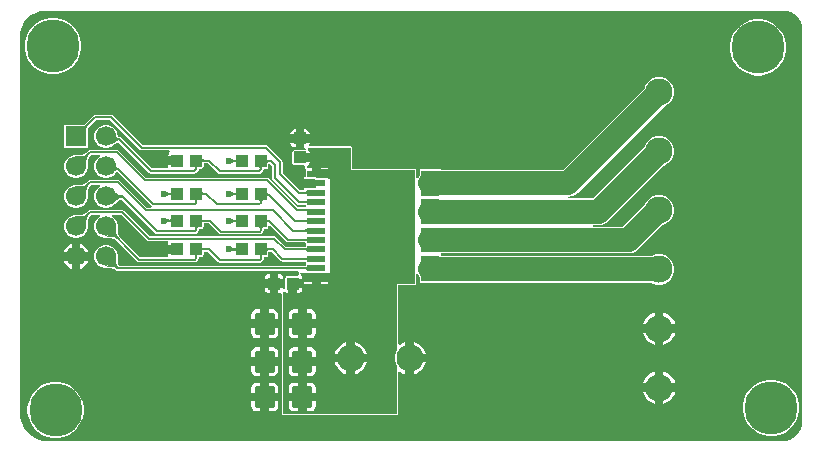
<source format=gtl>
G04*
G04 #@! TF.GenerationSoftware,Altium Limited,Altium Designer,21.2.2 (38)*
G04*
G04 Layer_Physical_Order=1*
G04 Layer_Color=255*
%FSLAX25Y25*%
%MOIN*%
G70*
G04*
G04 #@! TF.SameCoordinates,90C86947-368E-407B-B9CD-2D6109664978*
G04*
G04*
G04 #@! TF.FilePolarity,Positive*
G04*
G01*
G75*
%ADD11C,0.01968*%
%ADD12C,0.00700*%
%ADD14R,0.18500X0.28000*%
%ADD15R,0.06100X0.02200*%
G04:AMPARAMS|DCode=23|XSize=43.31mil|YSize=39.37mil|CornerRadius=2.95mil|HoleSize=0mil|Usage=FLASHONLY|Rotation=90.000|XOffset=0mil|YOffset=0mil|HoleType=Round|Shape=RoundedRectangle|*
%AMROUNDEDRECTD23*
21,1,0.04331,0.03347,0,0,90.0*
21,1,0.03740,0.03937,0,0,90.0*
1,1,0.00591,0.01673,0.01870*
1,1,0.00591,0.01673,-0.01870*
1,1,0.00591,-0.01673,-0.01870*
1,1,0.00591,-0.01673,0.01870*
%
%ADD23ROUNDEDRECTD23*%
G04:AMPARAMS|DCode=24|XSize=43.31mil|YSize=39.37mil|CornerRadius=3.94mil|HoleSize=0mil|Usage=FLASHONLY|Rotation=90.000|XOffset=0mil|YOffset=0mil|HoleType=Round|Shape=RoundedRectangle|*
%AMROUNDEDRECTD24*
21,1,0.04331,0.03150,0,0,90.0*
21,1,0.03543,0.03937,0,0,90.0*
1,1,0.00787,0.01575,0.01772*
1,1,0.00787,0.01575,-0.01772*
1,1,0.00787,-0.01575,-0.01772*
1,1,0.00787,-0.01575,0.01772*
%
%ADD24ROUNDEDRECTD24*%
G04:AMPARAMS|DCode=25|XSize=43.31mil|YSize=39.37mil|CornerRadius=3.94mil|HoleSize=0mil|Usage=FLASHONLY|Rotation=0.000|XOffset=0mil|YOffset=0mil|HoleType=Round|Shape=RoundedRectangle|*
%AMROUNDEDRECTD25*
21,1,0.04331,0.03150,0,0,0.0*
21,1,0.03543,0.03937,0,0,0.0*
1,1,0.00787,0.01772,-0.01575*
1,1,0.00787,-0.01772,-0.01575*
1,1,0.00787,-0.01772,0.01575*
1,1,0.00787,0.01772,0.01575*
%
%ADD25ROUNDEDRECTD25*%
G04:AMPARAMS|DCode=26|XSize=74.8mil|YSize=68.9mil|CornerRadius=6.89mil|HoleSize=0mil|Usage=FLASHONLY|Rotation=90.000|XOffset=0mil|YOffset=0mil|HoleType=Round|Shape=RoundedRectangle|*
%AMROUNDEDRECTD26*
21,1,0.07480,0.05512,0,0,90.0*
21,1,0.06102,0.06890,0,0,90.0*
1,1,0.01378,0.02756,0.03051*
1,1,0.01378,0.02756,-0.03051*
1,1,0.01378,-0.02756,-0.03051*
1,1,0.01378,-0.02756,0.03051*
%
%ADD26ROUNDEDRECTD26*%
%ADD27C,0.02953*%
%ADD28C,0.07874*%
%ADD29C,0.03937*%
%ADD30C,0.17717*%
%ADD31C,0.09055*%
%ADD32C,0.06693*%
%ADD33R,0.06693X0.06693*%
%ADD34C,0.02362*%
G36*
X9673Y144480D02*
X9673Y144480D01*
X255681Y144480D01*
X255682Y144480D01*
Y144480D01*
X256909Y144359D01*
X258089Y144001D01*
X259177Y143420D01*
X260130Y142637D01*
X260912Y141684D01*
X261494Y140596D01*
X261852Y139416D01*
X261972Y138189D01*
X261972Y138189D01*
X261972D01*
X261973Y137689D01*
X261972Y8374D01*
X261972Y7874D01*
X261972Y7874D01*
X261928Y7393D01*
X261843Y6536D01*
X261453Y5250D01*
X260820Y4064D01*
X259967Y3025D01*
X258928Y2173D01*
X257742Y1539D01*
X256456Y1149D01*
X255127Y1018D01*
X255118Y1020D01*
X11129Y1020D01*
X10629Y1020D01*
X10142Y1052D01*
X8751Y1189D01*
X6946Y1736D01*
X5282Y2626D01*
X3823Y3823D01*
X2626Y5282D01*
X1736Y6946D01*
X1189Y8751D01*
X1051Y10143D01*
X1020Y10630D01*
X1020Y10630D01*
X1020Y11130D01*
X1020Y135827D01*
X1012Y135865D01*
X1175Y137518D01*
X1668Y139143D01*
X2468Y140641D01*
X3546Y141954D01*
X4859Y143032D01*
X6357Y143832D01*
X7982Y144325D01*
X9188Y144444D01*
X9673Y144480D01*
X9673Y144480D01*
D02*
G37*
%LPC*%
G36*
X13126Y142035D02*
X11283D01*
X9475Y141676D01*
X7772Y140970D01*
X6239Y139946D01*
X4936Y138643D01*
X3912Y137110D01*
X3206Y135407D01*
X2847Y133599D01*
Y131755D01*
X3206Y129947D01*
X3912Y128244D01*
X4936Y126712D01*
X6239Y125408D01*
X7772Y124384D01*
X9475Y123679D01*
X11283Y123319D01*
X13126D01*
X14934Y123679D01*
X16637Y124384D01*
X18170Y125408D01*
X19474Y126712D01*
X20498Y128244D01*
X21203Y129947D01*
X21563Y131755D01*
Y133599D01*
X21203Y135407D01*
X20498Y137110D01*
X19474Y138643D01*
X18170Y139946D01*
X16637Y140970D01*
X14934Y141676D01*
X13126Y142035D01*
D02*
G37*
G36*
X248166Y141642D02*
X246322D01*
X244514Y141282D01*
X242811Y140577D01*
X241279Y139552D01*
X239975Y138249D01*
X238951Y136716D01*
X238245Y135013D01*
X237886Y133205D01*
Y131362D01*
X238245Y129554D01*
X238951Y127851D01*
X239975Y126318D01*
X241279Y125014D01*
X242811Y123990D01*
X244514Y123285D01*
X246322Y122925D01*
X248166D01*
X249974Y123285D01*
X251677Y123990D01*
X253210Y125014D01*
X254513Y126318D01*
X255537Y127851D01*
X256243Y129554D01*
X256602Y131362D01*
Y133205D01*
X256243Y135013D01*
X255537Y136716D01*
X254513Y138249D01*
X253210Y139552D01*
X251677Y140577D01*
X249974Y141282D01*
X248166Y141642D01*
D02*
G37*
G36*
X96260Y104964D02*
X95965D01*
Y103445D01*
X97681D01*
Y103543D01*
X97573Y104087D01*
X97265Y104548D01*
X96804Y104856D01*
X96260Y104964D01*
D02*
G37*
G36*
X93012D02*
X92716D01*
X92173Y104856D01*
X91712Y104548D01*
X91404Y104087D01*
X91295Y103543D01*
Y103445D01*
X93012D01*
Y104964D01*
D02*
G37*
G36*
Y100492D02*
X91295D01*
Y100394D01*
X91404Y99850D01*
X91712Y99389D01*
X92173Y99081D01*
X92716Y98973D01*
X93012D01*
Y100492D01*
D02*
G37*
G36*
X214835Y122350D02*
X213511D01*
X212233Y122008D01*
X211086Y121346D01*
X210150Y120410D01*
X209488Y119263D01*
X209380Y118858D01*
X182004Y91483D01*
X141448D01*
Y91758D01*
X134348D01*
Y89670D01*
X134022Y89245D01*
X133718Y88513D01*
X133218Y88612D01*
Y91339D01*
X133060Y91721D01*
X132677Y91880D01*
X111959Y91880D01*
X111959Y98819D01*
X111800Y99202D01*
X111417Y99360D01*
X97847Y99360D01*
X97573Y99850D01*
X97575Y99860D01*
X97681Y100394D01*
Y100492D01*
X95965D01*
Y98913D01*
X96354Y98524D01*
X96363Y98483D01*
X96362Y98322D01*
X96303Y98202D01*
X96247Y98165D01*
X96170Y98155D01*
X92716D01*
X92368Y98086D01*
X92072Y97888D01*
X91875Y97593D01*
X91805Y97244D01*
Y94095D01*
X91875Y93746D01*
X92072Y93450D01*
X92368Y93253D01*
X92716Y93183D01*
X95760D01*
X95915Y93075D01*
X96144Y92704D01*
X96193Y92204D01*
X96348Y91758D01*
X96348Y91758D01*
X96348Y91758D01*
Y89108D01*
X95848D01*
Y88484D01*
X99438D01*
X99515Y88298D01*
X99898Y88140D01*
Y85532D01*
X95848D01*
Y84908D01*
X95423Y84725D01*
X94454D01*
X88662Y90517D01*
Y94059D01*
X88596Y94391D01*
X88408Y94672D01*
X83648Y99432D01*
X83367Y99620D01*
X83035Y99686D01*
X42091D01*
X32109Y109668D01*
X31828Y109856D01*
X31496Y109922D01*
X26271D01*
X25940Y109856D01*
X25659Y109668D01*
X22835Y106844D01*
X22780Y106824D01*
X22515Y106577D01*
X22420Y106500D01*
X22341Y106445D01*
X22201D01*
X22159Y106462D01*
X22118Y106445D01*
X22115D01*
X22072Y106455D01*
X22056Y106445D01*
X15968D01*
Y98752D01*
X23661D01*
Y104839D01*
X23671Y104856D01*
X23661Y104899D01*
Y104901D01*
X23678Y104943D01*
X23661Y104984D01*
Y105125D01*
X23712Y105198D01*
X23905Y105424D01*
X24033Y105557D01*
X24056Y105614D01*
X26630Y108188D01*
X31137D01*
X41120Y98206D01*
X41401Y98018D01*
X41732Y97952D01*
X50957D01*
X51109Y97452D01*
X50964Y97355D01*
X50656Y96894D01*
X50547Y96350D01*
Y96055D01*
X53543D01*
Y93102D01*
X50547D01*
Y92807D01*
X50622Y92430D01*
X50323Y91930D01*
X45161D01*
X34824Y102267D01*
X34543Y102455D01*
X34348Y102493D01*
X34243Y102544D01*
X34101Y102553D01*
X34014Y102570D01*
X33948Y102593D01*
X33897Y102622D01*
X33854Y102658D01*
X33812Y102706D01*
X33770Y102775D01*
X33729Y102869D01*
X33693Y102991D01*
X33660Y103166D01*
X33634Y103206D01*
X33604Y103317D01*
X33604Y103325D01*
X33602Y103326D01*
X33399Y104083D01*
X32893Y104960D01*
X32177Y105676D01*
X31299Y106183D01*
X30321Y106445D01*
X29308D01*
X28330Y106183D01*
X27453Y105676D01*
X26737Y104960D01*
X26230Y104083D01*
X25968Y103105D01*
Y102092D01*
X26230Y101114D01*
X26737Y100237D01*
X27453Y99520D01*
X28330Y99014D01*
X29308Y98752D01*
X30321D01*
X31299Y99014D01*
X32177Y99520D01*
X32590Y99934D01*
X32606Y99936D01*
X32663Y100006D01*
X32744Y100043D01*
X32888Y100198D01*
X33020Y100321D01*
X33155Y100427D01*
X33293Y100517D01*
X33433Y100592D01*
X33577Y100653D01*
X33725Y100700D01*
X33880Y100734D01*
X33902Y100737D01*
X44189Y90451D01*
X44470Y90263D01*
X44802Y90197D01*
X59174D01*
X59505Y90263D01*
X59786Y90451D01*
X60496Y91161D01*
X60684Y91442D01*
X60726Y91650D01*
X60775Y91761D01*
X60777Y91870D01*
X60779Y91896D01*
X61417D01*
X61766Y91965D01*
X62062Y92163D01*
X62259Y92458D01*
X62328Y92807D01*
Y93678D01*
X62402Y93685D01*
X62520Y93688D01*
X62575Y93712D01*
X63724D01*
X67076Y90360D01*
X67357Y90172D01*
X67689Y90106D01*
X80737D01*
X81068Y90172D01*
X81349Y90360D01*
X82060Y91070D01*
X82247Y91351D01*
X82289Y91559D01*
X82338Y91670D01*
X82340Y91780D01*
X82342Y91807D01*
X83169D01*
X83480Y91869D01*
X83743Y92045D01*
X83918Y92308D01*
X83980Y92618D01*
Y93334D01*
X84480Y93428D01*
X85229Y92680D01*
Y88708D01*
X85295Y88376D01*
X85483Y88095D01*
X93482Y80096D01*
X93763Y79908D01*
X94095Y79842D01*
X96091D01*
X96146Y79818D01*
X96264Y79815D01*
X96348Y79807D01*
Y79125D01*
X93718D01*
X84218Y88626D01*
X83937Y88814D01*
X83605Y88880D01*
X43055D01*
X34027Y97908D01*
X33745Y98096D01*
X33414Y98162D01*
X24511D01*
X24180Y98096D01*
X23898Y97908D01*
X23041Y97050D01*
X22996Y97036D01*
X22868Y96931D01*
X22733Y96852D01*
X22544Y96772D01*
X22304Y96697D01*
X22013Y96631D01*
X21684Y96577D01*
X20366Y96488D01*
X19846Y96486D01*
X19748Y96445D01*
X19308D01*
X18330Y96183D01*
X17453Y95676D01*
X16737Y94960D01*
X16230Y94083D01*
X15968Y93105D01*
Y92092D01*
X16230Y91114D01*
X16737Y90237D01*
X17453Y89521D01*
X18330Y89014D01*
X19308Y88752D01*
X20321D01*
X21299Y89014D01*
X22176Y89521D01*
X22893Y90237D01*
X23399Y91114D01*
X23661Y92092D01*
Y92532D01*
X23702Y92630D01*
X23704Y93159D01*
X23720Y93632D01*
X23793Y94462D01*
X23847Y94797D01*
X23913Y95087D01*
X23988Y95328D01*
X24068Y95517D01*
X24148Y95652D01*
X24253Y95780D01*
X24266Y95825D01*
X24870Y96428D01*
X27755D01*
X27889Y95928D01*
X27453Y95676D01*
X26737Y94960D01*
X26230Y94083D01*
X25968Y93105D01*
Y92092D01*
X26230Y91114D01*
X26737Y90237D01*
X27453Y89521D01*
X28330Y89014D01*
X29308Y88752D01*
X30321D01*
X31299Y89014D01*
X32177Y89521D01*
X32893Y90237D01*
X33105Y90604D01*
X33355Y90683D01*
X33616Y90675D01*
X33705Y90660D01*
X44938Y79427D01*
X45005Y79382D01*
X44854Y78882D01*
X43604D01*
X34578Y87908D01*
X34297Y88096D01*
X33965Y88161D01*
X24511D01*
X24180Y88096D01*
X23898Y87908D01*
X23041Y87050D01*
X22996Y87036D01*
X22868Y86931D01*
X22733Y86852D01*
X22544Y86772D01*
X22304Y86697D01*
X22013Y86631D01*
X21684Y86577D01*
X20366Y86488D01*
X19846Y86486D01*
X19748Y86445D01*
X19308D01*
X18330Y86183D01*
X17453Y85676D01*
X16737Y84960D01*
X16230Y84083D01*
X15968Y83105D01*
Y82092D01*
X16230Y81114D01*
X16737Y80237D01*
X17453Y79520D01*
X18330Y79014D01*
X19308Y78752D01*
X20321D01*
X21299Y79014D01*
X22176Y79520D01*
X22893Y80237D01*
X23399Y81114D01*
X23661Y82092D01*
Y82532D01*
X23702Y82630D01*
X23704Y83159D01*
X23720Y83632D01*
X23793Y84462D01*
X23847Y84797D01*
X23913Y85087D01*
X23988Y85328D01*
X24068Y85517D01*
X24148Y85652D01*
X24253Y85780D01*
X24266Y85825D01*
X24870Y86428D01*
X27755D01*
X27889Y85928D01*
X27453Y85676D01*
X26737Y84960D01*
X26230Y84083D01*
X25968Y83105D01*
Y82092D01*
X26230Y81114D01*
X26737Y80237D01*
X27453Y79520D01*
X28330Y79014D01*
X29308Y78752D01*
X30321D01*
X31299Y79014D01*
X32177Y79520D01*
X32601Y79945D01*
X32689Y79982D01*
X32693Y79992D01*
X32703Y79996D01*
X33024Y80343D01*
X33626Y80921D01*
X33893Y81143D01*
X34147Y81329D01*
X34381Y81476D01*
X34593Y81584D01*
X34780Y81655D01*
X34791Y81658D01*
X46077Y70372D01*
X46358Y70184D01*
X46690Y70118D01*
X59407D01*
X59738Y70184D01*
X60019Y70372D01*
X60455Y70808D01*
X60643Y71089D01*
X60709Y71420D01*
Y71570D01*
X60733Y71625D01*
X60737Y71744D01*
X60743Y71817D01*
X61417D01*
X61766Y71886D01*
X62062Y72084D01*
X62259Y72380D01*
X62328Y72728D01*
Y73600D01*
X62402Y73606D01*
X62520Y73609D01*
X62575Y73633D01*
X64117D01*
X67470Y70281D01*
X67751Y70093D01*
X68082Y70028D01*
X81060D01*
X81392Y70093D01*
X81673Y70281D01*
X82109Y70717D01*
X82297Y70998D01*
X82363Y71330D01*
Y71482D01*
X82387Y71537D01*
X82390Y71655D01*
X82397Y71728D01*
X83169D01*
X83480Y71790D01*
X83743Y71966D01*
X83918Y72229D01*
X83980Y72539D01*
Y72802D01*
X84442Y72994D01*
X89911Y67524D01*
X90193Y67337D01*
X90524Y67271D01*
X96091D01*
X96146Y67246D01*
X96264Y67243D01*
X96348Y67236D01*
Y65862D01*
X96264Y65855D01*
X96146Y65852D01*
X96091Y65827D01*
X89771D01*
X86419Y69179D01*
X86138Y69367D01*
X85806Y69433D01*
X44398D01*
X35923Y77908D01*
X35642Y78096D01*
X35310Y78162D01*
X24511D01*
X24180Y78096D01*
X23898Y77908D01*
X23041Y77050D01*
X22996Y77036D01*
X22868Y76931D01*
X22733Y76852D01*
X22544Y76772D01*
X22304Y76697D01*
X22013Y76631D01*
X21684Y76577D01*
X20366Y76488D01*
X19846Y76486D01*
X19748Y76445D01*
X19308D01*
X18330Y76183D01*
X17453Y75676D01*
X16737Y74960D01*
X16230Y74083D01*
X15968Y73105D01*
Y72092D01*
X16230Y71114D01*
X16737Y70237D01*
X17453Y69520D01*
X18330Y69014D01*
X19308Y68752D01*
X20321D01*
X21299Y69014D01*
X22176Y69520D01*
X22893Y70237D01*
X23399Y71114D01*
X23661Y72092D01*
Y72532D01*
X23702Y72630D01*
X23704Y73159D01*
X23720Y73632D01*
X23793Y74462D01*
X23847Y74796D01*
X23913Y75087D01*
X23988Y75328D01*
X24068Y75516D01*
X24148Y75652D01*
X24253Y75780D01*
X24266Y75825D01*
X24870Y76428D01*
X27755D01*
X27889Y75928D01*
X27453Y75676D01*
X26737Y74960D01*
X26230Y74083D01*
X25968Y73105D01*
Y72092D01*
X26230Y71114D01*
X26737Y70237D01*
X27453Y69520D01*
X28330Y69014D01*
X29308Y68752D01*
X29748D01*
X29846Y68711D01*
X30375Y68709D01*
X30848Y68694D01*
X31679Y68620D01*
X32013Y68566D01*
X32304Y68500D01*
X32544Y68425D01*
X32733Y68345D01*
X32868Y68266D01*
X32996Y68160D01*
X33041Y68147D01*
X40264Y60923D01*
X40546Y60735D01*
X40877Y60669D01*
X59407D01*
X59738Y60735D01*
X60019Y60923D01*
X60455Y61359D01*
X60643Y61640D01*
X60709Y61972D01*
Y62122D01*
X60733Y62176D01*
X60737Y62295D01*
X60743Y62368D01*
X61417D01*
X61766Y62438D01*
X62062Y62635D01*
X62259Y62931D01*
X62328Y63279D01*
Y64151D01*
X62402Y64157D01*
X62520Y64160D01*
X62575Y64184D01*
X63724D01*
X67076Y60832D01*
X67357Y60645D01*
X67689Y60579D01*
X81060D01*
X81392Y60645D01*
X81673Y60833D01*
X82109Y61268D01*
X82297Y61549D01*
X82363Y61881D01*
Y62033D01*
X82387Y62088D01*
X82390Y62207D01*
X82397Y62280D01*
X83169D01*
X83480Y62341D01*
X83743Y62517D01*
X83918Y62780D01*
X83980Y63091D01*
Y64060D01*
X84053Y64066D01*
X84172Y64070D01*
X84227Y64094D01*
X85074D01*
X88039Y61129D01*
X88320Y60941D01*
X88652Y60875D01*
X96091D01*
X96146Y60851D01*
X96264Y60848D01*
X96348Y60841D01*
Y59563D01*
X96264Y59556D01*
X96146Y59552D01*
X96091Y59528D01*
X34163D01*
X34148Y59546D01*
X34069Y59681D01*
X33989Y59870D01*
X33914Y60111D01*
X33848Y60402D01*
X33794Y60730D01*
X33705Y62048D01*
X33703Y62568D01*
X33662Y62666D01*
Y63106D01*
X33400Y64084D01*
X32893Y64961D01*
X32177Y65677D01*
X31300Y66184D01*
X30322Y66446D01*
X29309D01*
X28331Y66184D01*
X27454Y65677D01*
X26737Y64961D01*
X26231Y64084D01*
X25969Y63106D01*
Y62093D01*
X26231Y61115D01*
X26737Y60238D01*
X27454Y59522D01*
X28331Y59015D01*
X29309Y58753D01*
X29749D01*
X29847Y58712D01*
X30376Y58710D01*
X30849Y58695D01*
X31679Y58622D01*
X32013Y58567D01*
X32304Y58501D01*
X32545Y58426D01*
X32734Y58346D01*
X32869Y58267D01*
X32996Y58162D01*
X33042Y58148D01*
X33141Y58049D01*
X33422Y57861D01*
X33754Y57795D01*
X93974D01*
X94186Y57353D01*
X94178Y57309D01*
X94130Y57122D01*
X94072Y56937D01*
X94079Y56923D01*
X94075Y56908D01*
X94111Y56654D01*
X93709Y56235D01*
X93667Y56226D01*
X90551D01*
X90202Y56157D01*
X89907Y55959D01*
X89709Y55664D01*
X89640Y55315D01*
Y51862D01*
X89630Y51785D01*
X89593Y51729D01*
X89473Y51669D01*
X89312Y51669D01*
X89271Y51677D01*
X88882Y52067D01*
X87303D01*
Y50351D01*
X87402D01*
X87935Y50457D01*
X87945Y50459D01*
X88435Y50185D01*
Y46063D01*
X88435Y10236D01*
X88594Y9854D01*
X88976Y9695D01*
X126772Y9695D01*
X127154Y9854D01*
X127313Y10236D01*
Y24074D01*
X127813Y24257D01*
X128969Y23589D01*
X129626Y23413D01*
Y28740D01*
Y34067D01*
X128969Y33891D01*
X127813Y33224D01*
X127313Y33407D01*
X127313Y53002D01*
X132677D01*
X133060Y53161D01*
X133218Y53543D01*
Y56664D01*
X133718Y56763D01*
X134022Y56030D01*
X134348Y55606D01*
Y53912D01*
X136991D01*
X137898Y53792D01*
X211417D01*
X211786Y53841D01*
X212233Y53583D01*
X213511Y53240D01*
X214835D01*
X216114Y53583D01*
X217260Y54245D01*
X218196Y55181D01*
X218858Y56327D01*
X219201Y57606D01*
Y58930D01*
X218858Y60208D01*
X218196Y61355D01*
X217260Y62291D01*
X216114Y62953D01*
X214835Y63295D01*
X213511D01*
X212233Y62953D01*
X211786Y62695D01*
X211417Y62743D01*
X141448D01*
Y63635D01*
X202145Y63635D01*
X203078Y63758D01*
X204011Y63635D01*
X205169Y63787D01*
X206249Y64235D01*
X207176Y64946D01*
X215272Y73042D01*
X216114Y73268D01*
X217260Y73930D01*
X218196Y74866D01*
X218858Y76012D01*
X219201Y77291D01*
Y78615D01*
X218858Y79893D01*
X218196Y81040D01*
X217260Y81976D01*
X216114Y82638D01*
X214835Y82980D01*
X213511D01*
X212233Y82638D01*
X211086Y81976D01*
X210150Y81040D01*
X209520Y79948D01*
X202156Y72584D01*
X202145Y72585D01*
X192233D01*
X192228Y73084D01*
X193161Y73207D01*
X194095Y73084D01*
X195253Y73236D01*
X196332Y73683D01*
X197259Y74395D01*
X215709Y92844D01*
X216114Y92953D01*
X217260Y93615D01*
X218196Y94551D01*
X218858Y95697D01*
X219201Y96976D01*
Y98300D01*
X218858Y99578D01*
X218196Y100725D01*
X217260Y101661D01*
X216114Y102323D01*
X214835Y102665D01*
X213511D01*
X212233Y102323D01*
X211086Y101661D01*
X210150Y100725D01*
X209488Y99578D01*
X209380Y99173D01*
X192239Y82033D01*
X192228Y82034D01*
X183863D01*
X183858Y82533D01*
X185017Y82685D01*
X186096Y83132D01*
X187023Y83843D01*
X215709Y112529D01*
X216114Y112638D01*
X217260Y113300D01*
X218196Y114236D01*
X218858Y115382D01*
X219201Y116661D01*
Y117985D01*
X218858Y119263D01*
X218196Y120410D01*
X217260Y121346D01*
X216114Y122008D01*
X214835Y122350D01*
D02*
G37*
G36*
X21291Y66703D02*
Y64075D01*
X23919D01*
X23865Y64276D01*
X23293Y65267D01*
X22483Y66076D01*
X21492Y66649D01*
X21291Y66703D01*
D02*
G37*
G36*
X18338D02*
X18137Y66649D01*
X17146Y66076D01*
X16337Y65267D01*
X15764Y64276D01*
X15710Y64075D01*
X18338D01*
Y66703D01*
D02*
G37*
G36*
X23919Y61122D02*
X21291D01*
Y58494D01*
X21492Y58548D01*
X22483Y59120D01*
X23293Y59930D01*
X23865Y60921D01*
X23919Y61122D01*
D02*
G37*
G36*
X18338D02*
X15710D01*
X15764Y60921D01*
X16337Y59930D01*
X17146Y59120D01*
X18137Y58548D01*
X18338Y58494D01*
Y61122D01*
D02*
G37*
G36*
X87402Y56736D02*
X87303D01*
Y55020D01*
X88823D01*
Y55315D01*
X88714Y55859D01*
X88406Y56320D01*
X87945Y56628D01*
X87402Y56736D01*
D02*
G37*
G36*
X84350D02*
X84252D01*
X83708Y56628D01*
X83247Y56320D01*
X82939Y55859D01*
X82831Y55315D01*
Y55020D01*
X84350D01*
Y56736D01*
D02*
G37*
G36*
Y52067D02*
X82831D01*
Y51772D01*
X82939Y51228D01*
X83247Y50767D01*
X83708Y50459D01*
X84252Y50351D01*
X84350D01*
Y52067D01*
D02*
G37*
G36*
X85433Y44931D02*
X84153D01*
Y41634D01*
X87155D01*
Y43209D01*
X87024Y43868D01*
X86651Y44426D01*
X86092Y44800D01*
X85433Y44931D01*
D02*
G37*
G36*
X81201D02*
X79921D01*
X79262Y44800D01*
X78704Y44426D01*
X78330Y43868D01*
X78199Y43209D01*
Y41634D01*
X81201D01*
Y44931D01*
D02*
G37*
G36*
X215650Y43910D02*
Y40059D01*
X219500D01*
X219324Y40716D01*
X218596Y41977D01*
X217567Y43006D01*
X216307Y43734D01*
X215650Y43910D01*
D02*
G37*
G36*
X212697D02*
X212040Y43734D01*
X210779Y43006D01*
X209750Y41977D01*
X209022Y40716D01*
X208846Y40059D01*
X212697D01*
Y43910D01*
D02*
G37*
G36*
X87155Y38681D02*
X84153D01*
Y35384D01*
X85433D01*
X86092Y35515D01*
X86651Y35889D01*
X87024Y36447D01*
X87155Y37106D01*
Y38681D01*
D02*
G37*
G36*
X81201D02*
X78199D01*
Y37106D01*
X78330Y36447D01*
X78704Y35889D01*
X79262Y35515D01*
X79921Y35384D01*
X81201D01*
Y38681D01*
D02*
G37*
G36*
X212697Y37106D02*
X208846D01*
X209022Y36449D01*
X209750Y35189D01*
X210779Y34159D01*
X212040Y33432D01*
X212697Y33256D01*
Y37106D01*
D02*
G37*
G36*
X219500D02*
X215650D01*
Y33256D01*
X216307Y33432D01*
X217567Y34159D01*
X218596Y35189D01*
X219324Y36449D01*
X219500Y37106D01*
D02*
G37*
G36*
X132579Y34067D02*
Y30217D01*
X136429D01*
X136253Y30874D01*
X135526Y32134D01*
X134496Y33163D01*
X133236Y33891D01*
X132579Y34067D01*
D02*
G37*
G36*
X85433Y32332D02*
X84153D01*
Y29035D01*
X87155D01*
Y30610D01*
X87024Y31269D01*
X86651Y31828D01*
X86092Y32201D01*
X85433Y32332D01*
D02*
G37*
G36*
X81201D02*
X79921D01*
X79262Y32201D01*
X78704Y31828D01*
X78330Y31269D01*
X78199Y30610D01*
Y29035D01*
X81201D01*
Y32332D01*
D02*
G37*
G36*
X136429Y27264D02*
X132579D01*
Y23413D01*
X133236Y23589D01*
X134496Y24317D01*
X135526Y25346D01*
X136253Y26607D01*
X136429Y27264D01*
D02*
G37*
G36*
X87155Y26083D02*
X84153D01*
Y22786D01*
X85433D01*
X86092Y22917D01*
X86651Y23290D01*
X87024Y23849D01*
X87155Y24508D01*
Y26083D01*
D02*
G37*
G36*
X81201D02*
X78199D01*
Y24508D01*
X78330Y23849D01*
X78704Y23290D01*
X79262Y22917D01*
X79921Y22786D01*
X81201D01*
Y26083D01*
D02*
G37*
G36*
X215650Y24225D02*
Y20374D01*
X219500D01*
X219324Y21031D01*
X218596Y22292D01*
X217567Y23321D01*
X216307Y24048D01*
X215650Y24225D01*
D02*
G37*
G36*
X212697D02*
X212040Y24048D01*
X210779Y23321D01*
X209750Y22292D01*
X209022Y21031D01*
X208846Y20374D01*
X212697D01*
Y24225D01*
D02*
G37*
G36*
X85433Y20521D02*
X84153D01*
Y17224D01*
X87155D01*
Y18799D01*
X87024Y19458D01*
X86651Y20017D01*
X86092Y20390D01*
X85433Y20521D01*
D02*
G37*
G36*
X81201D02*
X79921D01*
X79262Y20390D01*
X78704Y20017D01*
X78330Y19458D01*
X78199Y18799D01*
Y17224D01*
X81201D01*
Y20521D01*
D02*
G37*
G36*
X212697Y17421D02*
X208846D01*
X209022Y16764D01*
X209750Y15504D01*
X210779Y14475D01*
X212040Y13747D01*
X212697Y13571D01*
Y17421D01*
D02*
G37*
G36*
X219500D02*
X215650D01*
Y13571D01*
X216307Y13747D01*
X217567Y14475D01*
X218596Y15504D01*
X219324Y16764D01*
X219500Y17421D01*
D02*
G37*
G36*
X87155Y14272D02*
X84153D01*
Y10975D01*
X85433D01*
X86092Y11106D01*
X86651Y11479D01*
X87024Y12038D01*
X87155Y12697D01*
Y14272D01*
D02*
G37*
G36*
X81201D02*
X78199D01*
Y12697D01*
X78330Y12038D01*
X78704Y11479D01*
X79262Y11106D01*
X79921Y10975D01*
X81201D01*
Y14272D01*
D02*
G37*
G36*
X252497Y21563D02*
X250653D01*
X248845Y21203D01*
X247142Y20498D01*
X245609Y19474D01*
X244306Y18170D01*
X243282Y16637D01*
X242576Y14934D01*
X242216Y13126D01*
Y11283D01*
X242576Y9475D01*
X243282Y7772D01*
X244306Y6239D01*
X245609Y4936D01*
X247142Y3912D01*
X248845Y3206D01*
X250653Y2847D01*
X252497D01*
X254305Y3206D01*
X256008Y3912D01*
X257540Y4936D01*
X258844Y6239D01*
X259868Y7772D01*
X260573Y9475D01*
X260933Y11283D01*
Y13126D01*
X260573Y14934D01*
X259868Y16637D01*
X258844Y18170D01*
X257540Y19474D01*
X256008Y20498D01*
X254305Y21203D01*
X252497Y21563D01*
D02*
G37*
G36*
X13914Y20776D02*
X12070D01*
X10262Y20416D01*
X8559Y19711D01*
X7027Y18686D01*
X5723Y17383D01*
X4699Y15850D01*
X3994Y14147D01*
X3634Y12339D01*
Y10496D01*
X3994Y8688D01*
X4699Y6984D01*
X5723Y5452D01*
X7027Y4148D01*
X8559Y3124D01*
X10262Y2419D01*
X12070Y2059D01*
X13914D01*
X15722Y2419D01*
X17425Y3124D01*
X18958Y4148D01*
X20261Y5452D01*
X21285Y6984D01*
X21991Y8688D01*
X22350Y10496D01*
Y12339D01*
X21991Y14147D01*
X21285Y15850D01*
X20261Y17383D01*
X18958Y18686D01*
X17425Y19711D01*
X15722Y20416D01*
X13914Y20776D01*
D02*
G37*
%LPD*%
G36*
X23644Y105933D02*
X23504Y105788D01*
X23284Y105529D01*
X23204Y105415D01*
X23143Y105311D01*
X23102Y105217D01*
X23081Y105133D01*
X23080Y105060D01*
X23099Y104996D01*
X23137Y104943D01*
X22159Y105921D01*
X22213Y105883D01*
X22276Y105864D01*
X22350Y105865D01*
X22433Y105886D01*
X22527Y105927D01*
X22632Y105988D01*
X22746Y106068D01*
X22870Y106168D01*
X23149Y106428D01*
X23644Y105933D01*
D02*
G37*
G36*
X33166Y102864D02*
X33220Y102684D01*
X33289Y102524D01*
X33373Y102386D01*
X33474Y102269D01*
X33590Y102174D01*
X33722Y102100D01*
X33869Y102047D01*
X34032Y102015D01*
X34211Y102004D01*
Y101304D01*
X33996Y101295D01*
X33787Y101268D01*
X33584Y101224D01*
X33389Y101161D01*
X33199Y101081D01*
X33016Y100982D01*
X32839Y100866D01*
X32669Y100733D01*
X32505Y100581D01*
X32347Y100411D01*
X33128Y103066D01*
X33166Y102864D01*
D02*
G37*
G36*
X61802Y95212D02*
X61823Y95153D01*
X61859Y95100D01*
X61908Y95055D01*
X61972Y95016D01*
X62051Y94985D01*
X62143Y94960D01*
X62250Y94943D01*
X62371Y94932D01*
X62507Y94929D01*
Y94229D01*
X62371Y94225D01*
X62250Y94215D01*
X62143Y94197D01*
X62051Y94173D01*
X61972Y94141D01*
X61908Y94103D01*
X61859Y94057D01*
X61823Y94005D01*
X61802Y93945D01*
X61795Y93879D01*
Y95279D01*
X61802Y95212D01*
D02*
G37*
G36*
X71804Y95224D02*
X71899Y95143D01*
X71995Y95072D01*
X72093Y95010D01*
X72192Y94957D01*
X72291Y94915D01*
X72393Y94881D01*
X72495Y94857D01*
X72598Y94843D01*
X72642Y94841D01*
X72670Y94842D01*
X72791Y94852D01*
X72898Y94870D01*
X72991Y94894D01*
X73069Y94926D01*
X73133Y94964D01*
X73183Y95010D01*
X73218Y95062D01*
X73240Y95122D01*
X73247Y95188D01*
Y93788D01*
X73240Y93855D01*
X73218Y93914D01*
X73183Y93967D01*
X73133Y94012D01*
X73069Y94051D01*
X72991Y94082D01*
X72898Y94107D01*
X72791Y94124D01*
X72670Y94135D01*
X72642Y94135D01*
X72598Y94133D01*
X72495Y94119D01*
X72393Y94095D01*
X72291Y94062D01*
X72192Y94019D01*
X72093Y93967D01*
X71995Y93905D01*
X71899Y93833D01*
X71804Y93752D01*
X71710Y93661D01*
Y95315D01*
X71804Y95224D01*
D02*
G37*
G36*
X83453Y94995D02*
X83475Y94935D01*
X83510Y94883D01*
X83560Y94837D01*
X83624Y94799D01*
X83702Y94767D01*
X83795Y94743D01*
X83902Y94725D01*
X84023Y94715D01*
X84158Y94711D01*
Y94011D01*
X84023Y94008D01*
X83902Y93997D01*
X83795Y93980D01*
X83702Y93955D01*
X83624Y93924D01*
X83560Y93885D01*
X83510Y93840D01*
X83475Y93787D01*
X83453Y93728D01*
X83446Y93661D01*
Y95061D01*
X83453Y94995D01*
D02*
G37*
G36*
X23835Y96124D02*
X23702Y95963D01*
X23584Y95760D01*
X23480Y95515D01*
X23390Y95228D01*
X23316Y94900D01*
X23256Y94530D01*
X23179Y93664D01*
X23163Y93169D01*
X23161Y92632D01*
X19848Y95945D01*
X20385Y95946D01*
X21746Y96039D01*
X22116Y96099D01*
X22445Y96174D01*
X22731Y96263D01*
X22976Y96367D01*
X23179Y96486D01*
X23340Y96619D01*
X23835Y96124D01*
D02*
G37*
G36*
X60472Y92423D02*
X60422Y92404D01*
X60378Y92371D01*
X60340Y92325D01*
X60307Y92266D01*
X60281Y92194D01*
X60260Y92108D01*
X60245Y92010D01*
X60237Y91898D01*
X60234Y91773D01*
X59534D01*
X59531Y91898D01*
X59522Y92010D01*
X59507Y92108D01*
X59487Y92194D01*
X59460Y92266D01*
X59428Y92325D01*
X59389Y92371D01*
X59345Y92404D01*
X59295Y92423D01*
X59239Y92430D01*
X60528D01*
X60472Y92423D01*
D02*
G37*
G36*
X82037Y92335D02*
X81986Y92315D01*
X81942Y92282D01*
X81903Y92236D01*
X81871Y92177D01*
X81844Y92104D01*
X81823Y92019D01*
X81809Y91920D01*
X81800Y91808D01*
X81797Y91683D01*
X81097D01*
X81094Y91808D01*
X81085Y91920D01*
X81070Y92019D01*
X81049Y92104D01*
X81023Y92177D01*
X80990Y92236D01*
X80951Y92282D01*
X80907Y92315D01*
X80857Y92335D01*
X80800Y92341D01*
X82093D01*
X82037Y92335D01*
D02*
G37*
G36*
X33169Y92556D02*
X33189Y92469D01*
X33222Y92391D01*
X33267Y92325D01*
X33325Y92268D01*
X33395Y92222D01*
X33478Y92186D01*
X33573Y92160D01*
X33681Y92145D01*
X33801Y92139D01*
Y91439D01*
X33646Y91435D01*
X33502Y91421D01*
X33369Y91398D01*
X33246Y91366D01*
X33135Y91325D01*
X33035Y91274D01*
X32945Y91214D01*
X32867Y91145D01*
X32800Y91067D01*
X32744Y90980D01*
X33161Y92654D01*
X33169Y92556D01*
D02*
G37*
G36*
X96872Y83158D02*
X96864Y83225D01*
X96843Y83284D01*
X96808Y83337D01*
X96758Y83382D01*
X96694Y83421D01*
X96615Y83452D01*
X96523Y83477D01*
X96416Y83494D01*
X96295Y83505D01*
X96160Y83508D01*
Y84208D01*
X96295Y84212D01*
X96416Y84222D01*
X96523Y84240D01*
X96615Y84264D01*
X96694Y84296D01*
X96758Y84334D01*
X96808Y84380D01*
X96843Y84432D01*
X96864Y84492D01*
X96872Y84558D01*
Y83158D01*
D02*
G37*
G36*
X61802Y84189D02*
X61823Y84129D01*
X61859Y84077D01*
X61908Y84031D01*
X61972Y83993D01*
X62051Y83961D01*
X62143Y83937D01*
X62250Y83919D01*
X62371Y83909D01*
X62507Y83905D01*
Y83205D01*
X62371Y83202D01*
X62250Y83191D01*
X62143Y83174D01*
X62051Y83149D01*
X61972Y83118D01*
X61908Y83079D01*
X61859Y83034D01*
X61823Y82981D01*
X61802Y82922D01*
X61795Y82855D01*
Y84255D01*
X61802Y84189D01*
D02*
G37*
G36*
X50100Y84205D02*
X50195Y84124D01*
X50291Y84052D01*
X50389Y83990D01*
X50488Y83938D01*
X50587Y83895D01*
X50688Y83861D01*
X50791Y83837D01*
X50894Y83823D01*
X50956Y83820D01*
X51015Y83822D01*
X51136Y83832D01*
X51242Y83850D01*
X51335Y83874D01*
X51413Y83906D01*
X51477Y83944D01*
X51527Y83990D01*
X51563Y84042D01*
X51584Y84102D01*
X51591Y84168D01*
Y82768D01*
X51584Y82835D01*
X51563Y82894D01*
X51527Y82947D01*
X51477Y82992D01*
X51413Y83031D01*
X51335Y83062D01*
X51242Y83087D01*
X51136Y83104D01*
X51015Y83115D01*
X50956Y83117D01*
X50894Y83114D01*
X50791Y83099D01*
X50688Y83075D01*
X50587Y83042D01*
X50488Y82999D01*
X50389Y82947D01*
X50291Y82885D01*
X50195Y82813D01*
X50100Y82732D01*
X50006Y82642D01*
Y84295D01*
X50100Y84205D01*
D02*
G37*
G36*
X71804Y84201D02*
X71899Y84120D01*
X71995Y84048D01*
X72093Y83986D01*
X72192Y83934D01*
X72291Y83891D01*
X72393Y83858D01*
X72495Y83834D01*
X72598Y83819D01*
X72642Y83817D01*
X72670Y83818D01*
X72791Y83829D01*
X72898Y83846D01*
X72991Y83871D01*
X73069Y83902D01*
X73133Y83941D01*
X73183Y83986D01*
X73218Y84039D01*
X73240Y84098D01*
X73247Y84165D01*
Y82765D01*
X73240Y82831D01*
X73218Y82891D01*
X73183Y82943D01*
X73133Y82989D01*
X73069Y83027D01*
X72991Y83059D01*
X72898Y83083D01*
X72791Y83101D01*
X72670Y83111D01*
X72642Y83112D01*
X72598Y83110D01*
X72495Y83096D01*
X72393Y83072D01*
X72291Y83038D01*
X72192Y82995D01*
X72093Y82943D01*
X71995Y82881D01*
X71899Y82810D01*
X71804Y82728D01*
X71710Y82638D01*
Y84291D01*
X71804Y84201D01*
D02*
G37*
G36*
X23835Y86124D02*
X23702Y85963D01*
X23584Y85760D01*
X23480Y85515D01*
X23390Y85228D01*
X23316Y84900D01*
X23256Y84530D01*
X23179Y83664D01*
X23163Y83169D01*
X23161Y82632D01*
X19848Y85945D01*
X20385Y85946D01*
X21746Y86039D01*
X22116Y86099D01*
X22445Y86174D01*
X22731Y86263D01*
X22976Y86367D01*
X23179Y86486D01*
X23340Y86619D01*
X23835Y86124D01*
D02*
G37*
G36*
X83453Y83808D02*
X83473Y83758D01*
X83505Y83714D01*
X83551Y83675D01*
X83611Y83642D01*
X83683Y83616D01*
X83769Y83595D01*
X83868Y83580D01*
X83979Y83571D01*
X84105Y83568D01*
Y82868D01*
X83979Y82865D01*
X83868Y82857D01*
X83769Y82842D01*
X83683Y82821D01*
X83611Y82794D01*
X83551Y82762D01*
X83505Y82723D01*
X83473Y82679D01*
X83453Y82628D01*
X83446Y82572D01*
Y83865D01*
X83453Y83808D01*
D02*
G37*
G36*
X60476Y81399D02*
X60417Y81378D01*
X60364Y81342D01*
X60318Y81292D01*
X60280Y81228D01*
X60249Y81150D01*
X60224Y81057D01*
X60207Y80951D01*
X60196Y80830D01*
X60193Y80694D01*
X59492D01*
X59489Y80830D01*
X59478Y80951D01*
X59461Y81057D01*
X59437Y81150D01*
X59405Y81228D01*
X59367Y81292D01*
X59321Y81342D01*
X59268Y81378D01*
X59209Y81399D01*
X59143Y81406D01*
X60543D01*
X60476Y81399D01*
D02*
G37*
G36*
X82130Y81311D02*
X82070Y81289D01*
X82018Y81254D01*
X81972Y81204D01*
X81934Y81140D01*
X81902Y81061D01*
X81878Y80969D01*
X81860Y80862D01*
X81850Y80741D01*
X81846Y80606D01*
X81146D01*
X81143Y80741D01*
X81132Y80862D01*
X81115Y80969D01*
X81090Y81061D01*
X81059Y81140D01*
X81020Y81204D01*
X80975Y81254D01*
X80922Y81289D01*
X80863Y81311D01*
X80796Y81318D01*
X82196D01*
X82130Y81311D01*
D02*
G37*
G36*
X32638Y84475D02*
X33265Y83872D01*
X33560Y83627D01*
X33843Y83420D01*
X34114Y83250D01*
X34373Y83118D01*
X34620Y83024D01*
X34854Y82967D01*
X35076Y82948D01*
Y82248D01*
X34854Y82230D01*
X34620Y82173D01*
X34373Y82079D01*
X34114Y81947D01*
X33843Y81777D01*
X33560Y81570D01*
X33265Y81325D01*
X32638Y80722D01*
X32306Y80364D01*
Y84833D01*
X32638Y84475D01*
D02*
G37*
G36*
X96872Y80009D02*
X96864Y80075D01*
X96843Y80135D01*
X96808Y80187D01*
X96758Y80233D01*
X96694Y80271D01*
X96615Y80303D01*
X96523Y80327D01*
X96416Y80345D01*
X96295Y80355D01*
X96160Y80359D01*
Y81059D01*
X96295Y81062D01*
X96416Y81073D01*
X96523Y81090D01*
X96615Y81115D01*
X96694Y81146D01*
X96758Y81185D01*
X96808Y81230D01*
X96843Y81283D01*
X96864Y81342D01*
X96872Y81409D01*
Y80009D01*
D02*
G37*
G36*
X50100Y75303D02*
X50195Y75222D01*
X50291Y75151D01*
X50389Y75089D01*
X50488Y75036D01*
X50587Y74993D01*
X50688Y74960D01*
X50791Y74936D01*
X50894Y74922D01*
X50956Y74919D01*
X51015Y74921D01*
X51136Y74931D01*
X51242Y74949D01*
X51335Y74973D01*
X51413Y75005D01*
X51477Y75043D01*
X51527Y75089D01*
X51563Y75141D01*
X51584Y75201D01*
X51591Y75267D01*
Y73867D01*
X51584Y73934D01*
X51563Y73993D01*
X51527Y74046D01*
X51477Y74091D01*
X51413Y74130D01*
X51335Y74161D01*
X51242Y74186D01*
X51136Y74203D01*
X51015Y74214D01*
X50956Y74215D01*
X50894Y74212D01*
X50791Y74198D01*
X50688Y74174D01*
X50587Y74141D01*
X50488Y74098D01*
X50389Y74045D01*
X50291Y73984D01*
X50195Y73912D01*
X50100Y73831D01*
X50006Y73740D01*
Y75394D01*
X50100Y75303D01*
D02*
G37*
G36*
X71804Y75254D02*
X71899Y75173D01*
X71995Y75102D01*
X72093Y75040D01*
X72192Y74987D01*
X72291Y74944D01*
X72393Y74911D01*
X72495Y74887D01*
X72598Y74873D01*
X72642Y74871D01*
X72670Y74871D01*
X72791Y74882D01*
X72898Y74900D01*
X72991Y74924D01*
X73069Y74955D01*
X73133Y74994D01*
X73183Y75039D01*
X73218Y75092D01*
X73240Y75151D01*
X73247Y75218D01*
Y73818D01*
X73240Y73884D01*
X73218Y73944D01*
X73183Y73997D01*
X73133Y74042D01*
X73069Y74080D01*
X72991Y74112D01*
X72898Y74137D01*
X72791Y74154D01*
X72670Y74164D01*
X72642Y74165D01*
X72598Y74163D01*
X72495Y74149D01*
X72393Y74125D01*
X72291Y74092D01*
X72192Y74049D01*
X72093Y73996D01*
X71995Y73934D01*
X71899Y73863D01*
X71804Y73782D01*
X71710Y73691D01*
Y75345D01*
X71804Y75254D01*
D02*
G37*
G36*
X61802Y75134D02*
X61823Y75074D01*
X61859Y75021D01*
X61908Y74976D01*
X61972Y74937D01*
X62051Y74906D01*
X62143Y74882D01*
X62250Y74864D01*
X62371Y74853D01*
X62507Y74850D01*
Y74150D01*
X62371Y74146D01*
X62250Y74136D01*
X62143Y74119D01*
X62051Y74094D01*
X61972Y74063D01*
X61908Y74024D01*
X61859Y73979D01*
X61823Y73926D01*
X61802Y73866D01*
X61795Y73800D01*
Y75200D01*
X61802Y75134D01*
D02*
G37*
G36*
X96872Y73709D02*
X96864Y73776D01*
X96843Y73835D01*
X96808Y73888D01*
X96758Y73934D01*
X96694Y73972D01*
X96615Y74003D01*
X96523Y74028D01*
X96416Y74045D01*
X96295Y74056D01*
X96160Y74059D01*
Y74760D01*
X96295Y74763D01*
X96416Y74774D01*
X96523Y74791D01*
X96615Y74815D01*
X96694Y74847D01*
X96758Y74885D01*
X96808Y74931D01*
X96843Y74984D01*
X96864Y75043D01*
X96872Y75109D01*
Y73709D01*
D02*
G37*
G36*
X83453Y75043D02*
X83475Y74984D01*
X83510Y74931D01*
X83560Y74885D01*
X83624Y74847D01*
X83702Y74815D01*
X83795Y74791D01*
X83902Y74774D01*
X84023Y74763D01*
X84158Y74760D01*
Y74059D01*
X84023Y74056D01*
X83902Y74045D01*
X83795Y74028D01*
X83702Y74003D01*
X83624Y73972D01*
X83560Y73934D01*
X83510Y73888D01*
X83475Y73835D01*
X83453Y73776D01*
X83446Y73709D01*
Y75109D01*
X83453Y75043D01*
D02*
G37*
G36*
X23835Y76124D02*
X23702Y75963D01*
X23584Y75760D01*
X23480Y75515D01*
X23390Y75228D01*
X23316Y74900D01*
X23256Y74530D01*
X23179Y73664D01*
X23163Y73169D01*
X23161Y72632D01*
X19848Y75945D01*
X20385Y75946D01*
X21746Y76039D01*
X22116Y76099D01*
X22445Y76174D01*
X22731Y76263D01*
X22976Y76367D01*
X23179Y76486D01*
X23340Y76619D01*
X23835Y76124D01*
D02*
G37*
G36*
X60476Y72344D02*
X60417Y72323D01*
X60364Y72287D01*
X60318Y72237D01*
X60280Y72173D01*
X60249Y72095D01*
X60224Y72002D01*
X60207Y71895D01*
X60196Y71775D01*
X60193Y71639D01*
X59492D01*
X59489Y71775D01*
X59478Y71895D01*
X59461Y72002D01*
X59437Y72095D01*
X59405Y72173D01*
X59367Y72237D01*
X59321Y72287D01*
X59268Y72323D01*
X59209Y72344D01*
X59143Y72351D01*
X60543D01*
X60476Y72344D01*
D02*
G37*
G36*
X82130Y72255D02*
X82070Y72234D01*
X82018Y72198D01*
X81972Y72149D01*
X81934Y72085D01*
X81902Y72006D01*
X81878Y71914D01*
X81860Y71807D01*
X81850Y71686D01*
X81846Y71551D01*
X81146D01*
X81143Y71686D01*
X81132Y71807D01*
X81115Y71914D01*
X81090Y72006D01*
X81059Y72085D01*
X81020Y72149D01*
X80975Y72198D01*
X80922Y72234D01*
X80863Y72255D01*
X80796Y72263D01*
X82196D01*
X82130Y72255D01*
D02*
G37*
G36*
X96872Y70560D02*
X96864Y70626D01*
X96843Y70686D01*
X96808Y70738D01*
X96758Y70784D01*
X96694Y70822D01*
X96615Y70854D01*
X96523Y70878D01*
X96416Y70896D01*
X96295Y70906D01*
X96160Y70910D01*
Y71610D01*
X96295Y71613D01*
X96416Y71624D01*
X96523Y71641D01*
X96615Y71666D01*
X96694Y71697D01*
X96758Y71736D01*
X96808Y71781D01*
X96843Y71834D01*
X96864Y71893D01*
X96872Y71960D01*
Y70560D01*
D02*
G37*
G36*
X33163Y72028D02*
X33255Y70667D01*
X33316Y70297D01*
X33390Y69969D01*
X33480Y69682D01*
X33584Y69437D01*
X33702Y69234D01*
X33835Y69073D01*
X33340Y68578D01*
X33179Y68711D01*
X32976Y68830D01*
X32731Y68933D01*
X32445Y69023D01*
X32116Y69098D01*
X31746Y69158D01*
X30881Y69234D01*
X30385Y69250D01*
X29848Y69252D01*
X33161Y72565D01*
X33163Y72028D01*
D02*
G37*
G36*
X96872Y67437D02*
X96864Y67504D01*
X96843Y67563D01*
X96808Y67616D01*
X96758Y67661D01*
X96694Y67700D01*
X96615Y67731D01*
X96523Y67756D01*
X96416Y67773D01*
X96295Y67784D01*
X96160Y67787D01*
Y68487D01*
X96295Y68491D01*
X96416Y68501D01*
X96523Y68519D01*
X96615Y68543D01*
X96694Y68575D01*
X96758Y68613D01*
X96808Y68659D01*
X96843Y68711D01*
X96864Y68771D01*
X96872Y68837D01*
Y67437D01*
D02*
G37*
G36*
X61802Y65685D02*
X61823Y65625D01*
X61859Y65573D01*
X61908Y65527D01*
X61972Y65489D01*
X62051Y65457D01*
X62143Y65433D01*
X62250Y65415D01*
X62371Y65405D01*
X62507Y65401D01*
Y64701D01*
X62371Y64698D01*
X62250Y64687D01*
X62143Y64670D01*
X62051Y64645D01*
X61972Y64614D01*
X61908Y64575D01*
X61859Y64530D01*
X61823Y64477D01*
X61802Y64418D01*
X61795Y64351D01*
Y65751D01*
X61802Y65685D01*
D02*
G37*
G36*
X96872Y64261D02*
X96864Y64327D01*
X96843Y64387D01*
X96808Y64439D01*
X96758Y64485D01*
X96694Y64523D01*
X96615Y64555D01*
X96523Y64579D01*
X96416Y64597D01*
X96295Y64607D01*
X96160Y64611D01*
Y65311D01*
X96295Y65314D01*
X96416Y65325D01*
X96523Y65342D01*
X96615Y65367D01*
X96694Y65398D01*
X96758Y65437D01*
X96808Y65482D01*
X96843Y65535D01*
X96864Y65594D01*
X96872Y65661D01*
Y64261D01*
D02*
G37*
G36*
X83453Y65594D02*
X83475Y65535D01*
X83510Y65482D01*
X83560Y65437D01*
X83624Y65398D01*
X83702Y65367D01*
X83795Y65342D01*
X83902Y65325D01*
X84023Y65314D01*
X84158Y65311D01*
Y64611D01*
X84023Y64607D01*
X83902Y64597D01*
X83795Y64579D01*
X83702Y64555D01*
X83624Y64523D01*
X83560Y64485D01*
X83510Y64439D01*
X83475Y64387D01*
X83453Y64327D01*
X83446Y64261D01*
Y65661D01*
X83453Y65594D01*
D02*
G37*
G36*
X71804Y65697D02*
X71899Y65616D01*
X71995Y65544D01*
X72093Y65482D01*
X72192Y65430D01*
X72291Y65387D01*
X72393Y65354D01*
X72495Y65330D01*
X72598Y65315D01*
X72642Y65313D01*
X72670Y65314D01*
X72791Y65325D01*
X72898Y65342D01*
X72991Y65367D01*
X73069Y65398D01*
X73133Y65437D01*
X73183Y65482D01*
X73218Y65535D01*
X73240Y65594D01*
X73247Y65661D01*
Y64261D01*
X73240Y64327D01*
X73218Y64387D01*
X73183Y64439D01*
X73133Y64485D01*
X73069Y64523D01*
X72991Y64555D01*
X72898Y64579D01*
X72791Y64597D01*
X72670Y64607D01*
X72642Y64608D01*
X72598Y64606D01*
X72495Y64592D01*
X72393Y64568D01*
X72291Y64534D01*
X72192Y64491D01*
X72093Y64439D01*
X71995Y64377D01*
X71899Y64306D01*
X71804Y64224D01*
X71710Y64134D01*
Y65787D01*
X71804Y65697D01*
D02*
G37*
G36*
X43426Y67954D02*
X43707Y67766D01*
X44039Y67700D01*
X50323D01*
X50622Y67200D01*
X50547Y66823D01*
Y66527D01*
X53543D01*
Y63575D01*
X50547D01*
Y63279D01*
X50622Y62902D01*
X50323Y62402D01*
X41236D01*
X34266Y69372D01*
X34253Y69417D01*
X34147Y69545D01*
X34068Y69680D01*
X33988Y69869D01*
X33913Y70109D01*
X33847Y70400D01*
X33794Y70729D01*
X33704Y72047D01*
X33702Y72567D01*
X33661Y72665D01*
Y73105D01*
X33399Y74083D01*
X32893Y74960D01*
X32177Y75676D01*
X31740Y75928D01*
X31874Y76428D01*
X34951D01*
X43426Y67954D01*
D02*
G37*
G36*
X60476Y62895D02*
X60417Y62874D01*
X60364Y62838D01*
X60318Y62788D01*
X60280Y62724D01*
X60249Y62646D01*
X60224Y62553D01*
X60207Y62447D01*
X60196Y62326D01*
X60193Y62190D01*
X59492D01*
X59489Y62326D01*
X59478Y62447D01*
X59461Y62553D01*
X59437Y62646D01*
X59405Y62724D01*
X59367Y62788D01*
X59321Y62838D01*
X59268Y62874D01*
X59209Y62895D01*
X59143Y62902D01*
X60543D01*
X60476Y62895D01*
D02*
G37*
G36*
X82130Y62807D02*
X82070Y62785D01*
X82018Y62750D01*
X81972Y62700D01*
X81934Y62636D01*
X81902Y62557D01*
X81878Y62465D01*
X81860Y62358D01*
X81850Y62237D01*
X81846Y62102D01*
X81146D01*
X81143Y62237D01*
X81132Y62358D01*
X81115Y62465D01*
X81090Y62557D01*
X81059Y62636D01*
X81020Y62700D01*
X80975Y62750D01*
X80922Y62785D01*
X80863Y62807D01*
X80796Y62814D01*
X82196D01*
X82130Y62807D01*
D02*
G37*
G36*
X96872Y61042D02*
X96864Y61108D01*
X96843Y61168D01*
X96808Y61221D01*
X96758Y61266D01*
X96694Y61304D01*
X96615Y61336D01*
X96523Y61361D01*
X96416Y61378D01*
X96295Y61388D01*
X96160Y61392D01*
Y62092D01*
X96295Y62095D01*
X96416Y62106D01*
X96523Y62124D01*
X96615Y62148D01*
X96694Y62179D01*
X96758Y62218D01*
X96808Y62264D01*
X96843Y62316D01*
X96864Y62375D01*
X96872Y62442D01*
Y61042D01*
D02*
G37*
G36*
X33163Y62029D02*
X33256Y60668D01*
X33316Y60298D01*
X33391Y59970D01*
X33480Y59683D01*
X33584Y59438D01*
X33703Y59235D01*
X33836Y59074D01*
X33341Y58579D01*
X33180Y58712D01*
X32977Y58831D01*
X32732Y58935D01*
X32445Y59024D01*
X32117Y59099D01*
X31747Y59159D01*
X30881Y59235D01*
X30386Y59252D01*
X29849Y59253D01*
X33162Y62566D01*
X33163Y62029D01*
D02*
G37*
G36*
X96872Y57961D02*
X96864Y58028D01*
X96843Y58087D01*
X96808Y58140D01*
X96758Y58185D01*
X96694Y58224D01*
X96615Y58255D01*
X96523Y58280D01*
X96416Y58297D01*
X96295Y58308D01*
X96160Y58311D01*
Y59011D01*
X96295Y59015D01*
X96416Y59025D01*
X96523Y59043D01*
X96615Y59067D01*
X96694Y59099D01*
X96758Y59137D01*
X96808Y59183D01*
X96843Y59235D01*
X96864Y59295D01*
X96872Y59361D01*
Y57961D01*
D02*
G37*
G36*
X111417Y98819D02*
X111417Y91339D01*
X132677Y91339D01*
X132677Y53543D01*
X126772D01*
X126772Y31294D01*
X126417Y30681D01*
X126075Y29402D01*
Y28078D01*
X126417Y26800D01*
X126772Y26186D01*
Y10236D01*
X88976Y10236D01*
X88976Y46063D01*
Y50720D01*
X89476Y50872D01*
X89546Y50767D01*
X90007Y50459D01*
X90551Y50351D01*
X90650D01*
Y53543D01*
X92126D01*
Y55020D01*
X95122D01*
Y55315D01*
X95014Y55859D01*
X94706Y56320D01*
X94611Y56984D01*
X94696Y57087D01*
X95848D01*
Y56988D01*
X103948D01*
Y57087D01*
X104331D01*
Y88583D01*
X103948D01*
Y88681D01*
X99898D01*
Y90158D01*
X98421D01*
Y92257D01*
X96731D01*
X96682Y92757D01*
X96804Y92782D01*
X97265Y93090D01*
X97573Y93551D01*
X97681Y94095D01*
Y94193D01*
X94488D01*
Y97146D01*
X97681D01*
Y97244D01*
X97573Y97788D01*
X97265Y98249D01*
X97160Y98319D01*
X97312Y98819D01*
X111417Y98819D01*
D02*
G37*
G36*
X138531Y57566D02*
X138472Y57545D01*
X138419Y57510D01*
X138374Y57461D01*
X138335Y57398D01*
X138304Y57321D01*
X138279Y57230D01*
X138262Y57125D01*
X138258Y57085D01*
X138262Y57043D01*
X138279Y56937D01*
X138304Y56844D01*
X138335Y56766D01*
X138374Y56702D01*
X138419Y56652D01*
X138472Y56616D01*
X138531Y56595D01*
X138598Y56588D01*
X137198D01*
X137264Y56595D01*
X137324Y56616D01*
X137376Y56652D01*
X137422Y56702D01*
X137460Y56766D01*
X137492Y56844D01*
X137516Y56937D01*
X137534Y57043D01*
X137537Y57085D01*
X137534Y57125D01*
X137516Y57230D01*
X137492Y57321D01*
X137460Y57398D01*
X137422Y57461D01*
X137376Y57510D01*
X137324Y57545D01*
X137264Y57566D01*
X137198Y57573D01*
X138598D01*
X138531Y57566D01*
D02*
G37*
%LPC*%
G36*
X103948Y92257D02*
X101374D01*
Y91634D01*
X103948D01*
Y92257D01*
D02*
G37*
G36*
Y54035D02*
X101374D01*
Y53412D01*
X103948D01*
Y54035D01*
D02*
G37*
G36*
X98421D02*
X95848D01*
Y53412D01*
X98421D01*
Y54035D01*
D02*
G37*
G36*
X95122Y52067D02*
X93602D01*
Y50351D01*
X93701D01*
X94245Y50459D01*
X94706Y50767D01*
X95014Y51228D01*
X95122Y51772D01*
Y52067D01*
D02*
G37*
G36*
X98032Y44931D02*
X96752D01*
Y41634D01*
X99753D01*
Y43209D01*
X99622Y43868D01*
X99249Y44426D01*
X98690Y44800D01*
X98032Y44931D01*
D02*
G37*
G36*
X93799D02*
X92520D01*
X91861Y44800D01*
X91302Y44426D01*
X90929Y43868D01*
X90798Y43209D01*
Y41634D01*
X93799D01*
Y44931D01*
D02*
G37*
G36*
X99753Y38681D02*
X96752D01*
Y35384D01*
X98032D01*
X98690Y35515D01*
X99249Y35889D01*
X99622Y36447D01*
X99753Y37106D01*
Y38681D01*
D02*
G37*
G36*
X93799D02*
X90798D01*
Y37106D01*
X90929Y36447D01*
X91302Y35889D01*
X91861Y35515D01*
X92520Y35384D01*
X93799D01*
Y38681D01*
D02*
G37*
G36*
X112894Y34067D02*
Y30217D01*
X116744D01*
X116568Y30874D01*
X115840Y32134D01*
X114811Y33163D01*
X113551Y33891D01*
X112894Y34067D01*
D02*
G37*
G36*
X109941D02*
X109284Y33891D01*
X108023Y33163D01*
X106994Y32134D01*
X106266Y30874D01*
X106090Y30217D01*
X109941D01*
Y34067D01*
D02*
G37*
G36*
X98032Y32332D02*
X96752D01*
Y29035D01*
X99753D01*
Y30610D01*
X99622Y31269D01*
X99249Y31828D01*
X98690Y32201D01*
X98032Y32332D01*
D02*
G37*
G36*
X93799D02*
X92520D01*
X91861Y32201D01*
X91302Y31828D01*
X90929Y31269D01*
X90798Y30610D01*
Y29035D01*
X93799D01*
Y32332D01*
D02*
G37*
G36*
X116744Y27264D02*
X112894D01*
Y23413D01*
X113551Y23589D01*
X114811Y24317D01*
X115840Y25346D01*
X116568Y26607D01*
X116744Y27264D01*
D02*
G37*
G36*
X109941D02*
X106090D01*
X106266Y26607D01*
X106994Y25346D01*
X108023Y24317D01*
X109284Y23589D01*
X109941Y23413D01*
Y27264D01*
D02*
G37*
G36*
X99753Y26083D02*
X96752D01*
Y22786D01*
X98032D01*
X98690Y22917D01*
X99249Y23290D01*
X99622Y23849D01*
X99753Y24508D01*
Y26083D01*
D02*
G37*
G36*
X93799D02*
X90798D01*
Y24508D01*
X90929Y23849D01*
X91302Y23290D01*
X91861Y22917D01*
X92520Y22786D01*
X93799D01*
Y26083D01*
D02*
G37*
G36*
X98032Y20521D02*
X96752D01*
Y17224D01*
X99753D01*
Y18799D01*
X99622Y19458D01*
X99249Y20017D01*
X98690Y20390D01*
X98032Y20521D01*
D02*
G37*
G36*
X93799D02*
X92520D01*
X91861Y20390D01*
X91302Y20017D01*
X90929Y19458D01*
X90798Y18799D01*
Y17224D01*
X93799D01*
Y20521D01*
D02*
G37*
G36*
X99753Y14272D02*
X96752D01*
Y10975D01*
X98032D01*
X98690Y11106D01*
X99249Y11479D01*
X99622Y12038D01*
X99753Y12697D01*
Y14272D01*
D02*
G37*
G36*
X93799D02*
X90798D01*
Y12697D01*
X90929Y12038D01*
X91302Y11479D01*
X91861Y11106D01*
X92520Y10975D01*
X93799D01*
Y14272D01*
D02*
G37*
%LPD*%
D11*
X94882Y87008D02*
X97244D01*
X94882Y87008D02*
X94882Y87008D01*
D12*
X42696Y88013D02*
X83605D01*
X24511Y97295D02*
X33414D01*
X42696Y88013D01*
X43244Y78015D02*
X85370D01*
X24511Y87295D02*
X33965D01*
X43244Y78015D01*
X45551Y80040D02*
X59433D01*
X30624Y91789D02*
X33801D01*
X29815Y92598D02*
X30624Y91789D01*
X33801D02*
X45551Y80040D01*
X29815Y82598D02*
X35076D01*
X46690Y70985D01*
X59407D01*
X44039Y68567D02*
X85806D01*
X89412Y64961D02*
X99898D01*
X85806Y68567D02*
X89412Y64961D01*
X88652Y61742D02*
X99829D01*
X85433Y64961D02*
X88652Y61742D01*
X82898Y64961D02*
X85433D01*
X92126Y71260D02*
X99898D01*
X85370Y78015D02*
X92126Y71260D01*
X59842Y80450D02*
Y83555D01*
X59433Y80040D02*
X59842Y80450D01*
X86095Y88708D02*
X94095Y80709D01*
X87795Y90158D02*
X94095Y83858D01*
X83035Y98819D02*
X87795Y94059D01*
Y90158D02*
Y94059D01*
X84773Y94361D02*
X86095Y93039D01*
Y88708D02*
Y93039D01*
X94095Y83858D02*
X99898D01*
X94095Y80709D02*
X99898D01*
X92913Y74410D02*
X99898D01*
X81742Y83218D02*
X84105D01*
X81496Y83465D02*
X81742Y83218D01*
X84105D02*
X92913Y74410D01*
X63295Y83555D02*
X66901Y79949D01*
X80868D01*
X64083Y65051D02*
X67689Y61445D01*
X59842Y65051D02*
X64083D01*
X67689Y61445D02*
X81060D01*
X59884Y94579D02*
X64083D01*
X67689Y90973D01*
X80737D01*
X59842Y74500D02*
X64476D01*
X68082Y70894D02*
X81060D01*
X64476Y74500D02*
X68082Y70894D01*
X59842Y83555D02*
X63295D01*
X81496Y80577D02*
Y83465D01*
X80868Y79949D02*
X81496Y80577D01*
X44802Y91063D02*
X59174D01*
X59842Y94579D02*
X59884Y94538D01*
X59174Y91063D02*
X59884Y91773D01*
Y94538D01*
X53332Y64840D02*
X53543Y65051D01*
X49162Y64840D02*
X53332D01*
X52886Y74567D02*
X52953Y74500D01*
X48894Y74567D02*
X52886D01*
X52543Y94366D02*
X52756Y94579D01*
X49162Y94366D02*
X52543D01*
X53457Y83468D02*
X53543Y83555D01*
X49009Y83468D02*
X53457D01*
X41732Y98819D02*
X83035D01*
X31496Y109055D02*
X41732Y98819D01*
X26271Y109055D02*
X31496D01*
X19815Y102598D02*
X26271Y109055D01*
X34211Y101654D02*
X44802Y91063D01*
X30759Y101654D02*
X34211D01*
X29815Y102598D02*
X30759Y101654D01*
X80737Y90973D02*
X81447Y91683D01*
Y94439D02*
X81496Y94488D01*
X81447Y91683D02*
Y94439D01*
X81060Y61445D02*
X81496Y61881D01*
Y63145D01*
X82898Y64547D01*
Y64653D01*
X40877Y61536D02*
X59407D01*
X29815Y72598D02*
X40877Y61536D01*
X81060Y70894D02*
X81496Y71330D01*
X35310Y77295D02*
X44039Y68567D01*
X24511Y77295D02*
X35310D01*
X81496Y71330D02*
Y74410D01*
X59842Y71420D02*
Y74016D01*
X59407Y70985D02*
X59842Y71420D01*
Y61972D02*
Y65051D01*
X59407Y61536D02*
X59842Y61972D01*
X99198Y78259D02*
X99898Y77559D01*
X93360Y78259D02*
X99198D01*
X83605Y88013D02*
X93360Y78259D01*
X19815Y72598D02*
X24511Y77295D01*
X33754Y58661D02*
X99898D01*
X81447Y94361D02*
X84773D01*
X81496Y74410D02*
X84252D01*
X90524Y68137D02*
X99871D01*
X84252Y74410D02*
X90524Y68137D01*
X81496Y64961D02*
X82898D01*
X19815Y82598D02*
X24511Y87295D01*
X19815Y92598D02*
X24511Y97295D01*
X99871Y68137D02*
X99898Y68110D01*
X99829Y61742D02*
X99898Y61811D01*
X81496Y74410D02*
X81496Y74410D01*
X74016Y94488D02*
X74410Y94095D01*
X70079Y94488D02*
X74016D01*
X70866Y83465D02*
X74405D01*
X74410Y83469D01*
X70866Y64961D02*
X75197D01*
X29815Y62600D02*
X33754Y58661D01*
X70899Y74518D02*
X74813D01*
X137898Y90055D02*
Y90158D01*
Y55512D02*
Y57874D01*
Y58661D02*
X138447Y58112D01*
X137898Y87008D02*
X139848D01*
X214173Y115270D02*
Y117323D01*
D14*
X118898Y72835D02*
D03*
D15*
X137898Y90158D02*
D03*
Y87008D02*
D03*
Y83858D02*
D03*
Y80709D02*
D03*
Y77559D02*
D03*
Y74410D02*
D03*
Y71260D02*
D03*
Y68110D02*
D03*
Y64961D02*
D03*
Y61811D02*
D03*
Y58661D02*
D03*
Y55512D02*
D03*
X99898D02*
D03*
Y58661D02*
D03*
Y61811D02*
D03*
Y64961D02*
D03*
Y68110D02*
D03*
Y71260D02*
D03*
Y74410D02*
D03*
Y77559D02*
D03*
Y80709D02*
D03*
Y83858D02*
D03*
Y87008D02*
D03*
Y90158D02*
D03*
D23*
X75197Y74410D02*
D03*
X81496D02*
D03*
X75197Y83465D02*
D03*
X81496D02*
D03*
X75197Y64961D02*
D03*
X81496D02*
D03*
Y94488D02*
D03*
X75197D02*
D03*
D24*
X59842Y65051D02*
D03*
X53543D02*
D03*
X59842Y74500D02*
D03*
X53543D02*
D03*
X59842Y83555D02*
D03*
X53543D02*
D03*
X59842Y94579D02*
D03*
X53543D02*
D03*
X92126Y53543D02*
D03*
X85827D02*
D03*
D25*
X94488Y95669D02*
D03*
Y101969D02*
D03*
D26*
X95276Y15748D02*
D03*
X82677D02*
D03*
X95276Y27559D02*
D03*
X82677D02*
D03*
X95276Y40157D02*
D03*
X82677D02*
D03*
D27*
X94488Y101969D02*
X94488Y101969D01*
D28*
X137898Y87008D02*
X183858D01*
X214173Y117323D01*
X137898Y58268D02*
X211417D01*
X214173D02*
X214173Y58268D01*
X194095Y77559D02*
X214173Y97638D01*
X137898Y77559D02*
X192228D01*
X204011Y68110D02*
X213854Y77953D01*
X137898Y68110D02*
X202145Y68110D01*
X213854Y77953D02*
X214173D01*
D29*
X82284Y26757D02*
X83071Y27544D01*
Y40157D02*
X83071Y40157D01*
D30*
X251575Y12205D02*
D03*
X12992Y11417D02*
D03*
X247244Y132283D02*
D03*
X12205Y132677D02*
D03*
D31*
X214173Y38583D02*
D03*
Y18898D02*
D03*
Y97638D02*
D03*
Y117323D02*
D03*
Y77953D02*
D03*
Y58268D02*
D03*
X131102Y28740D02*
D03*
X111417D02*
D03*
D32*
X29815Y62600D02*
D03*
X19815Y62598D02*
D03*
X29815Y92598D02*
D03*
Y72598D02*
D03*
Y82598D02*
D03*
Y102598D02*
D03*
X19815Y72598D02*
D03*
Y82598D02*
D03*
Y92598D02*
D03*
D33*
Y102598D02*
D03*
D34*
X254331Y120472D02*
D03*
X246457Y104724D02*
D03*
X254331Y88976D02*
D03*
Y57480D02*
D03*
X246457Y41732D02*
D03*
X254331Y25984D02*
D03*
X230709Y136221D02*
D03*
X238583Y120472D02*
D03*
X230709Y104724D02*
D03*
X238583Y88976D02*
D03*
X230709Y73228D02*
D03*
Y41732D02*
D03*
X238583Y25984D02*
D03*
X230709Y10236D02*
D03*
X222835Y120472D02*
D03*
X214961Y104724D02*
D03*
X222835Y88976D02*
D03*
Y25984D02*
D03*
X214961Y10236D02*
D03*
X199213Y136221D02*
D03*
X207087Y120472D02*
D03*
X199213Y41732D02*
D03*
X207087Y25984D02*
D03*
X199213Y10236D02*
D03*
X183465Y136221D02*
D03*
X191339Y120472D02*
D03*
X183465Y104724D02*
D03*
Y41732D02*
D03*
X191339Y25984D02*
D03*
X183465Y10236D02*
D03*
X167717Y136221D02*
D03*
X175591Y120472D02*
D03*
X167717Y104724D02*
D03*
Y41732D02*
D03*
X175591Y25984D02*
D03*
X167717Y10236D02*
D03*
X151969Y136221D02*
D03*
X159843Y120472D02*
D03*
X151969Y104724D02*
D03*
Y41732D02*
D03*
X159843Y25984D02*
D03*
X151969Y10236D02*
D03*
X136221Y136221D02*
D03*
X144095Y120472D02*
D03*
X136221Y104724D02*
D03*
Y41732D02*
D03*
X120472Y136221D02*
D03*
X128346Y120472D02*
D03*
X120472Y104724D02*
D03*
X104724Y136221D02*
D03*
X112598Y120472D02*
D03*
X104724Y104724D02*
D03*
X88976Y136221D02*
D03*
X96850Y120472D02*
D03*
X88976Y104724D02*
D03*
X73228Y136221D02*
D03*
X81102Y120472D02*
D03*
X73228Y104724D02*
D03*
Y10236D02*
D03*
X57480Y136221D02*
D03*
X65354Y120472D02*
D03*
X57480Y104724D02*
D03*
Y41732D02*
D03*
X65354Y25984D02*
D03*
X57480Y10236D02*
D03*
X41732Y136221D02*
D03*
X49606Y120472D02*
D03*
X41732Y41732D02*
D03*
X49606Y25984D02*
D03*
X41732Y10236D02*
D03*
X25984Y136221D02*
D03*
X33858Y120472D02*
D03*
Y25984D02*
D03*
X25984Y10236D02*
D03*
X18110Y120472D02*
D03*
X10236Y41732D02*
D03*
X18110Y25984D02*
D03*
X94882Y87008D02*
D03*
X49162Y64840D02*
D03*
Y74567D02*
D03*
Y94366D02*
D03*
Y83468D02*
D03*
X70866Y94488D02*
D03*
Y64961D02*
D03*
Y74518D02*
D03*
Y83465D02*
D03*
M02*

</source>
